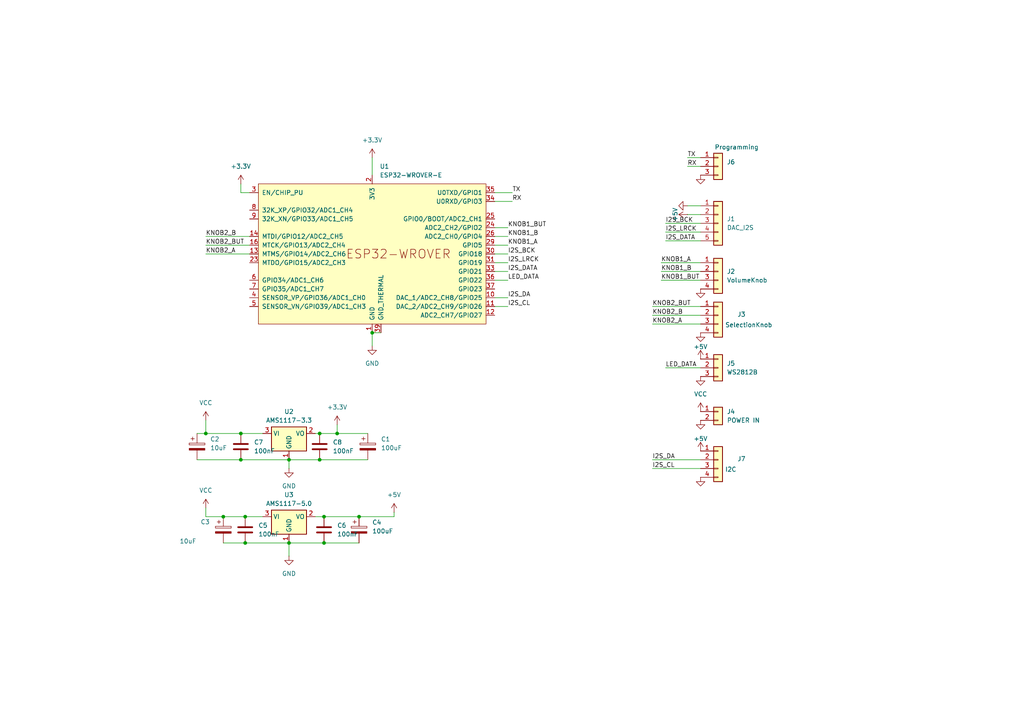
<source format=kicad_sch>
(kicad_sch (version 20231120) (generator "eeschema") (generator_version "8.0")
  (paper "A4")
  (lib_symbols
    (symbol "Connector_Generic:Conn_01x02" (pin_names (offset 1.016) hide)
      (property "Reference" "J" (at 0 2.54 0))
      (property "Value" "Conn_01x02" (at 0 -5.08 0))
      (symbol "Conn_01x02_1_1"
        (rectangle (start -1.27 -2.413) (end 0 -2.667) (stroke (width 0.1524)))
        (rectangle (start -1.27 0.127) (end 0 -0.127) (stroke (width 0.1524)))
        (rectangle (start -1.27 1.27) (end 1.27 -3.81) (stroke (width 0.254)) (fill (type background)))
        (pin passive line (at -5.08 0 0) (length 3.81) (name "Pin_1") (number "1"))
        (pin passive line (at -5.08 -2.54 0) (length 3.81) (name "Pin_2") (number "2"))
      )
    )
    (symbol "Connector_Generic:Conn_01x03" (pin_names (offset 1.016) hide)
      (property "Reference" "J" (at 0 5.08 0))
      (property "Value" "Conn_01x03" (at 0 -5.08 0))
      (symbol "Conn_01x03_1_1"
        (rectangle (start -1.27 -2.413) (end 0 -2.667) (stroke (width 0.1524)))
        (rectangle (start -1.27 0.127) (end 0 -0.127) (stroke (width 0.1524)))
        (rectangle (start -1.27 2.667) (end 0 2.413) (stroke (width 0.1524)))
        (rectangle (start -1.27 3.81) (end 1.27 -3.81) (stroke (width 0.254)) (fill (type background)))
        (pin passive line (at -5.08 2.54 0) (length 3.81) (name "Pin_1") (number "1"))
        (pin passive line (at -5.08 0 0) (length 3.81) (name "Pin_2") (number "2"))
        (pin passive line (at -5.08 -2.54 0) (length 3.81) (name "Pin_3") (number "3"))
      )
    )
    (symbol "Connector_Generic:Conn_01x04" (pin_names (offset 1.016) hide)
      (property "Reference" "J" (at 0 5.08 0))
      (property "Value" "Conn_01x04" (at 0 -7.62 0))
      (symbol "Conn_01x04_1_1"
        (rectangle (start -1.27 -4.953) (end 0 -5.207) (stroke (width 0.1524)))
        (rectangle (start -1.27 -2.413) (end 0 -2.667) (stroke (width 0.1524)))
        (rectangle (start -1.27 0.127) (end 0 -0.127) (stroke (width 0.1524)))
        (rectangle (start -1.27 2.667) (end 0 2.413) (stroke (width 0.1524)))
        (rectangle (start -1.27 3.81) (end 1.27 -6.35) (stroke (width 0.254)) (fill (type background)))
        (pin passive line (at -5.08 2.54 0) (length 3.81) (name "Pin_1") (number "1"))
        (pin passive line (at -5.08 0 0) (length 3.81) (name "Pin_2") (number "2"))
        (pin passive line (at -5.08 -2.54 0) (length 3.81) (name "Pin_3") (number "3"))
        (pin passive line (at -5.08 -5.08 0) (length 3.81) (name "Pin_4") (number "4"))
      )
    )
    (symbol "Connector_Generic:Conn_01x05" (pin_names (offset 1.016) hide)
      (property "Reference" "J" (at 0 7.62 0))
      (property "Value" "Conn_01x05" (at 0 -7.62 0))
      (symbol "Conn_01x05_1_1"
        (rectangle (start -1.27 -4.953) (end 0 -5.207) (stroke (width 0.1524)))
        (rectangle (start -1.27 -2.413) (end 0 -2.667) (stroke (width 0.1524)))
        (rectangle (start -1.27 0.127) (end 0 -0.127) (stroke (width 0.1524)))
        (rectangle (start -1.27 2.667) (end 0 2.413) (stroke (width 0.1524)))
        (rectangle (start -1.27 5.207) (end 0 4.953) (stroke (width 0.1524)))
        (rectangle (start -1.27 6.35) (end 1.27 -6.35) (stroke (width 0.254)) (fill (type background)))
        (pin passive line (at -5.08 5.08 0) (length 3.81) (name "Pin_1") (number "1"))
        (pin passive line (at -5.08 2.54 0) (length 3.81) (name "Pin_2") (number "2"))
        (pin passive line (at -5.08 0 0) (length 3.81) (name "Pin_3") (number "3"))
        (pin passive line (at -5.08 -2.54 0) (length 3.81) (name "Pin_4") (number "4"))
        (pin passive line (at -5.08 -5.08 0) (length 3.81) (name "Pin_5") (number "5"))
      )
    )
    (symbol "Device:C" (pin_numbers hide) (pin_names (offset 0.254))
      (property "Reference" "C" (at 0.635 2.54 0))
      (property "Value" "C" (at 0.635 -2.54 0))
      (symbol "C_0_1"
        (polyline (pts (xy -2.032 -0.762) (xy 2.032 -0.762)) (stroke (width 0.508)))
        (polyline (pts (xy -2.032 0.762) (xy 2.032 0.762)) (stroke (width 0.508)))
      )
      (symbol "C_1_1"
        (pin passive line (at 0 3.81 270) (length 2.794) (name "~") (number "1"))
        (pin passive line (at 0 -3.81 90) (length 2.794) (name "~") (number "2"))
      )
    )
    (symbol "Device:C_Polarized" (pin_numbers hide) (pin_names (offset 0.254))
      (property "Reference" "C" (at 0.635 2.54 0))
      (property "Value" "C_Polarized" (at 0.635 -2.54 0))
      (symbol "C_Polarized_0_1"
        (rectangle (start -2.286 0.508) (end 2.286 1.016))
        (polyline (pts (xy -1.778 2.286) (xy -0.762 2.286)))
        (polyline (pts (xy -1.27 2.794) (xy -1.27 1.778)))
        (rectangle (start 2.286 -0.508) (end -2.286 -1.016) (fill (type outline)))
      )
      (symbol "C_Polarized_1_1"
        (pin passive line (at 0 3.81 270) (length 2.794) (name "~") (number "1"))
        (pin passive line (at 0 -3.81 90) (length 2.794) (name "~") (number "2"))
      )
    )
    (symbol "PCM_Espressif:ESP32-WROVER-E" (pin_names (offset 1.016))
      (property "Reference" "U" (at -30.48 25.4 0))
      (property "Value" "ESP32-WROVER-E" (at -30.48 22.86 0))
      (symbol "ESP32-WROVER-E_0_1"
        (rectangle (start -33.02 20.32) (end 33.02 -20.32) (fill (type background)))
      )
      (symbol "ESP32-WROVER-E_1_1"
        (text "ESP32-­WROVER" (at 7.62 0 0) (effects (font (size 2.54 2.54))))
        (pin power_in line (at 0 -22.86 90) (length 2.54) (name "GND") (number "1"))
        (pin bidirectional line (at 35.56 -12.7 180) (length 2.54) (name "DAC_1/ADC2_CH8/GPIO25") (number "10"))
        (pin bidirectional line (at 35.56 -15.24 180) (length 2.54) (name "DAC_2/ADC2_CH9/GPIO26") (number "11"))
        (pin bidirectional line (at 35.56 -17.78 180) (length 2.54) (name "ADC2_CH7/GPIO27") (number "12"))
        (pin bidirectional line (at -35.56 0 0) (length 2.54) (name "MTMS/GPIO14/ADC2_CH6") (number "13"))
        (pin bidirectional line (at -35.56 5.08 0) (length 2.54) (name "MTDI/GPIO12/ADC2_CH5") (number "14"))
        (pin passive line (at 0 -22.86 90) (length 2.54) hide (name "GND") (number "15"))
        (pin bidirectional line (at -35.56 2.54 0) (length 2.54) (name "MTCK/GPIO13/ADC2_CH4") (number "16"))
        (pin power_in line (at 0 22.86 270) (length 2.54) (name "3V3") (number "2"))
        (pin bidirectional line (at -35.56 -2.54 0) (length 2.54) (name "MTDO/GPIO15/ADC2_CH3") (number "23"))
        (pin bidirectional line (at 35.56 7.62 180) (length 2.54) (name "ADC2_CH2/GPIO2") (number "24"))
        (pin bidirectional line (at 35.56 10.16 180) (length 2.54) (name "GPIO0/BOOT/ADC2_CH1") (number "25"))
        (pin bidirectional line (at 35.56 5.08 180) (length 2.54) (name "ADC2_CH0/GPIO4") (number "26"))
        (pin bidirectional line (at 35.56 2.54 180) (length 2.54) (name "GPIO5") (number "29"))
        (pin input line (at -35.56 17.78 0) (length 2.54) (name "EN/CHIP_PU") (number "3"))
        (pin bidirectional line (at 35.56 0 180) (length 2.54) (name "GPIO18") (number "30"))
        (pin bidirectional line (at 35.56 -2.54 180) (length 2.54) (name "GPIO19") (number "31"))
        (pin bidirectional line (at 35.56 -5.08 180) (length 2.54) (name "GPIO21") (number "33"))
        (pin bidirectional line (at 35.56 15.24 180) (length 2.54) (name "U0RXD/GPIO3") (number "34"))
        (pin bidirectional line (at 35.56 17.78 180) (length 2.54) (name "U0TXD/GPIO1") (number "35"))
        (pin bidirectional line (at 35.56 -7.62 180) (length 2.54) (name "GPIO22") (number "36"))
        (pin bidirectional line (at 35.56 -10.16 180) (length 2.54) (name "GPIO23") (number "37"))
        (pin passive line (at 0 -22.86 90) (length 2.54) hide (name "GND") (number "38"))
        (pin power_in line (at 2.54 -22.86 90) (length 2.54) (name "GND_THERMAL") (number "39"))
        (pin input line (at -35.56 -12.7 0) (length 2.54) (name "SENSOR_VP/GPIO36/ADC1_CH0") (number "4"))
        (pin input line (at -35.56 -15.24 0) (length 2.54) (name "SENSOR_VN/GPIO39/ADC1_CH3") (number "5"))
        (pin input line (at -35.56 -7.62 0) (length 2.54) (name "GPIO34/ADC1_CH6") (number "6"))
        (pin input line (at -35.56 -10.16 0) (length 2.54) (name "GPIO35/ADC1_CH7") (number "7"))
        (pin bidirectional line (at -35.56 12.7 0) (length 2.54) (name "32K_XP/GPIO32/ADC1_CH4") (number "8"))
        (pin bidirectional line (at -35.56 10.16 0) (length 2.54) (name "32K_XN/GPIO33/ADC1_CH5") (number "9"))
      )
    )
    (symbol "Regulator_Linear:AMS1117-3.3"
      (property "Reference" "U" (at -3.81 3.175 0))
      (property "Value" "AMS1117-3.3" (at 0 3.175 0))
      (symbol "AMS1117-3.3_0_1"
        (rectangle (start -5.08 -5.08) (end 5.08 1.905) (stroke (width 0.254)) (fill (type background)))
      )
      (symbol "AMS1117-3.3_1_1"
        (pin power_in line (at 0 -7.62 90) (length 2.54) (name "GND") (number "1"))
        (pin power_out line (at 7.62 0 180) (length 2.54) (name "VO") (number "2"))
        (pin power_in line (at -7.62 0 0) (length 2.54) (name "VI") (number "3"))
      )
    )
    (symbol "Regulator_Linear:AMS1117-5.0"
      (property "Reference" "U" (at -3.81 3.175 0))
      (property "Value" "AMS1117-5.0" (at 0 3.175 0))
      (symbol "AMS1117-5.0_0_1"
        (rectangle (start -5.08 -5.08) (end 5.08 1.905) (stroke (width 0.254)) (fill (type background)))
      )
      (symbol "AMS1117-5.0_1_1"
        (pin power_in line (at 0 -7.62 90) (length 2.54) (name "GND") (number "1"))
        (pin power_out line (at 7.62 0 180) (length 2.54) (name "VO") (number "2"))
        (pin power_in line (at -7.62 0 0) (length 2.54) (name "VI") (number "3"))
      )
    )
    (symbol "power:+3.3V" (power) (pin_numbers hide) (pin_names (offset 0) hide)
      (property "Value" "+3.3V" (at 0 3.556 0))
      (symbol "+3.3V_0_1"
        (polyline (pts (xy -0.762 1.27) (xy 0 2.54)))
        (polyline (pts (xy 0 0) (xy 0 2.54)))
        (polyline (pts (xy 0 2.54) (xy 0.762 1.27)))
      )
      (symbol "+3.3V_1_1"
        (pin power_in line (at 0 0 90) (length 0) (name "~") (number "1"))
      )
    )
    (symbol "power:+5V" (power) (pin_numbers hide) (pin_names (offset 0) hide)
      (property "Value" "+5V" (at 0 3.556 0))
      (symbol "+5V_0_1"
        (polyline (pts (xy -0.762 1.27) (xy 0 2.54)))
        (polyline (pts (xy 0 0) (xy 0 2.54)))
        (polyline (pts (xy 0 2.54) (xy 0.762 1.27)))
      )
      (symbol "+5V_1_1"
        (pin power_in line (at 0 0 90) (length 0) (name "~") (number "1"))
      )
    )
    (symbol "power:GND" (power) (pin_numbers hide) (pin_names (offset 0) hide)
      (property "Value" "GND" (at 0 -3.81 0))
      (symbol "GND_0_1"
        (polyline (pts (xy 0 0) (xy 0 -1.27) (xy 1.27 -1.27) (xy 0 -2.54) (xy -1.27 -1.27) (xy 0 -1.27)))
      )
      (symbol "GND_1_1"
        (pin power_in line (at 0 0 270) (length 0) (name "~") (number "1"))
      )
    )
    (symbol "power:VCC" (power) (pin_numbers hide) (pin_names (offset 0) hide)
      (property "Value" "VCC" (at 0 3.556 0))
      (symbol "VCC_0_1"
        (polyline (pts (xy -0.762 1.27) (xy 0 2.54)))
        (polyline (pts (xy 0 0) (xy 0 2.54)))
        (polyline (pts (xy 0 2.54) (xy 0.762 1.27)))
      )
      (symbol "VCC_1_1"
        (pin power_in line (at 0 0 90) (length 0) (name "~") (number "1"))
      )
    )
  )
  (junction (at 92.71 125.73))
  (junction (at 64.77 149.86))
  (junction (at 93.98 157.48))
  (junction (at 107.95 96.52))
  (junction (at 104.14 149.86))
  (junction (at 71.12 149.86))
  (junction (at 69.85 133.35))
  (junction (at 93.98 149.86))
  (junction (at 97.79 125.73))
  (junction (at 92.71 133.35))
  (junction (at 59.69 125.73))
  (junction (at 83.82 157.48))
  (junction (at 83.82 133.35))
  (junction (at 71.12 157.48))
  (junction (at 69.85 125.73))
  (wire (pts (xy 191.77 78.74) (xy 203.2 78.74)))
  (wire (pts (xy 69.85 55.88) (xy 69.85 53.34)))
  (wire (pts (xy 83.82 157.48) (xy 93.98 157.48)))
  (wire (pts (xy 92.71 133.35) (xy 106.68 133.35)))
  (wire (pts (xy 93.98 149.86) (xy 104.14 149.86)))
  (wire (pts (xy 59.69 147.32) (xy 59.69 149.86)))
  (wire (pts (xy 83.82 161.29) (xy 83.82 157.48)))
  (wire (pts (xy 71.12 157.48) (xy 83.82 157.48)))
  (wire (pts (xy 189.23 135.89) (xy 203.2 135.89)))
  (wire (pts (xy 191.77 76.2) (xy 203.2 76.2)))
  (wire (pts (xy 199.39 45.72) (xy 203.2 45.72)))
  (wire (pts (xy 114.3 149.86) (xy 114.3 148.59)))
  (wire (pts (xy 143.51 86.36) (xy 147.32 86.36)))
  (wire (pts (xy 92.71 125.73) (xy 97.79 125.73)))
  (wire (pts (xy 59.69 121.92) (xy 59.69 125.73)))
  (wire (pts (xy 59.69 71.12) (xy 72.39 71.12)))
  (wire (pts (xy 143.51 88.9) (xy 147.32 88.9)))
  (wire (pts (xy 69.85 125.73) (xy 76.2 125.73)))
  (wire (pts (xy 143.51 78.74) (xy 147.32 78.74)))
  (wire (pts (xy 143.51 76.2) (xy 147.32 76.2)))
  (wire (pts (xy 193.04 106.68) (xy 203.2 106.68)))
  (wire (pts (xy 143.51 58.42) (xy 148.59 58.42)))
  (wire (pts (xy 59.69 125.73) (xy 69.85 125.73)))
  (wire (pts (xy 106.68 125.73) (xy 97.79 125.73)))
  (wire (pts (xy 199.39 62.23) (xy 203.2 62.23)))
  (wire (pts (xy 199.39 59.69) (xy 203.2 59.69)))
  (wire (pts (xy 91.44 149.86) (xy 93.98 149.86)))
  (wire (pts (xy 143.51 81.28) (xy 147.32 81.28)))
  (wire (pts (xy 69.85 133.35) (xy 83.82 133.35)))
  (wire (pts (xy 64.77 149.86) (xy 71.12 149.86)))
  (wire (pts (xy 143.51 68.58) (xy 147.32 68.58)))
  (wire (pts (xy 64.77 157.48) (xy 71.12 157.48)))
  (wire (pts (xy 83.82 133.35) (xy 83.82 135.89)))
  (wire (pts (xy 59.69 68.58) (xy 72.39 68.58)))
  (wire (pts (xy 143.51 55.88) (xy 148.59 55.88)))
  (wire (pts (xy 199.39 48.26) (xy 203.2 48.26)))
  (wire (pts (xy 189.23 133.35) (xy 203.2 133.35)))
  (wire (pts (xy 97.79 123.19) (xy 97.79 125.73)))
  (wire (pts (xy 189.23 91.44) (xy 203.2 91.44)))
  (wire (pts (xy 193.04 69.85) (xy 203.2 69.85)))
  (wire (pts (xy 189.23 88.9) (xy 203.2 88.9)))
  (wire (pts (xy 57.15 133.35) (xy 69.85 133.35)))
  (wire (pts (xy 57.15 125.73) (xy 59.69 125.73)))
  (wire (pts (xy 193.04 64.77) (xy 203.2 64.77)))
  (wire (pts (xy 91.44 125.73) (xy 92.71 125.73)))
  (wire (pts (xy 107.95 45.72) (xy 107.95 50.8)))
  (wire (pts (xy 143.51 66.04) (xy 147.32 66.04)))
  (wire (pts (xy 59.69 73.66) (xy 72.39 73.66)))
  (wire (pts (xy 143.51 73.66) (xy 147.32 73.66)))
  (wire (pts (xy 107.95 96.52) (xy 107.95 100.33)))
  (wire (pts (xy 189.23 93.98) (xy 203.2 93.98)))
  (wire (pts (xy 104.14 149.86) (xy 114.3 149.86)))
  (wire (pts (xy 71.12 149.86) (xy 76.2 149.86)))
  (wire (pts (xy 72.39 55.88) (xy 69.85 55.88)))
  (wire (pts (xy 143.51 71.12) (xy 147.32 71.12)))
  (wire (pts (xy 59.69 149.86) (xy 64.77 149.86)))
  (wire (pts (xy 193.04 67.31) (xy 203.2 67.31)))
  (wire (pts (xy 93.98 157.48) (xy 104.14 157.48)))
  (wire (pts (xy 107.95 96.52) (xy 110.49 96.52)))
  (wire (pts (xy 191.77 81.28) (xy 203.2 81.28)))
  (wire (pts (xy 83.82 133.35) (xy 92.71 133.35)))
  (label "I2S_DA" (at 147.32 86.36 0))
  (label "I2S_CL" (at 147.32 88.9 0))
  (label "KNOB2_BUT" (at 59.69 71.12 0))
  (label "I2S_LRCK" (at 147.32 76.2 0))
  (label "LED_DATA" (at 147.32 81.28 0))
  (label "I2S_DA" (at 189.23 133.35 0))
  (label "KNOB2_A" (at 189.23 93.98 0))
  (label "RX" (at 199.39 48.26 0))
  (label "RX" (at 148.59 58.42 0))
  (label "I2S_DATA" (at 193.04 69.85 0))
  (label "KNOB2_B" (at 189.23 91.44 0))
  (label "KNOB1_B" (at 147.32 68.58 0))
  (label "KNOB1_B" (at 191.77 78.74 0))
  (label "KNOB2_A" (at 59.69 73.66 0))
  (label "KNOB1_A" (at 191.77 76.2 0))
  (label "I2S_BCK" (at 193.04 64.77 0))
  (label "I2S_LRCK" (at 193.04 67.31 0))
  (label "TX" (at 148.59 55.88 0))
  (label "KNOB2_B" (at 59.69 68.58 0))
  (label "KNOB1_BUT" (at 191.77 81.28 0))
  (label "KNOB1_A" (at 147.32 71.12 0))
  (label "I2S_DATA" (at 147.32 78.74 0))
  (label "LED_DATA" (at 193.04 106.68 0))
  (label "I2S_BCK" (at 147.32 73.66 0))
  (label "KNOB2_BUT" (at 189.23 88.9 0))
  (label "TX" (at 199.39 45.72 0))
  (label "I2S_CL" (at 189.23 135.89 0))
  (label "KNOB1_BUT" (at 147.32 66.04 0))
  (symbol (lib_id "Device:C") (at 92.71 129.54 0) (unit 1)
    (property "Reference" "C8" (at 96.52 128.2699 0) (effects (justify left)))
    (property "Value" "100nF" (at 96.52 130.8099 0) (effects (justify left)))
    (property "Footprint" "Capacitor_SMD:C_0805_2012Metric" (effects (hide yes)))
    (property "Description" "Unpolarized capacitor" (effects (hide yes)))
  )
  (symbol (lib_id "Regulator_Linear:AMS1117-3.3") (at 83.82 125.73 0) (unit 1)
    (property "Reference" "U2" (at 83.82 119.38 0))
    (property "Value" "AMS1117-3.3" (at 83.82 121.92 0))
    (property "Footprint" "Package_TO_SOT_SMD:SOT-223-3_TabPin2" (effects (hide yes)))
    (property "Datasheet" "http://www.advanced-monolithic.com/pdf/ds1117.pdf" (effects (hide yes)))
    (property "Description" "1A Low Dropout regulator, positive, 3.3V fixed output, SOT-223" (effects (hide yes)))
  )
  (symbol (lib_id "power:+3.3V") (at 97.79 123.19 0) (unit 1)
    (property "Reference" "#PWR01" (effects (hide yes)))
    (property "Value" "+3.3V" (at 97.79 118.11 0))
    (property "Description" "Power symbol creates a global label with name \"+3.3V\"" (effects (hide yes)))
  )
  (symbol (lib_id "Connector_Generic:Conn_01x04") (at 208.28 133.35 0) (unit 1)
    (property "Reference" "J7" (at 213.868 133.096 0) (effects (justify left)))
    (property "Value" "I2C" (at 210.312 136.144 0) (effects (justify left)))
    (property "Footprint" "Connector_PinHeader_2.54mm:PinHeader_1x04_P2.54mm_Vertical" (effects (hide yes)))
    (property "Description" "Generic connector, single row, 01x04, script generated (kicad-library-utils/schlib/autogen/connector/)" (effects (hide yes)))
  )
  (symbol (lib_id "power:+5V") (at 199.39 62.23 90) (unit 1)
    (property "Reference" "#PWR017" (effects (hide yes)))
    (property "Value" "+5V" (at 195.834 62.23 0))
    (property "Description" "Power symbol creates a global label with name \"+5V\"" (effects (hide yes)))
  )
  (symbol (lib_id "power:+5V") (at 203.2 104.14 0) (unit 1)
    (property "Reference" "#PWR016" (effects (hide yes)))
    (property "Value" "+5V" (at 203.2 100.584 0))
    (property "Description" "Power symbol creates a global label with name \"+5V\"" (effects (hide yes)))
  )
  (symbol (lib_id "power:+5V") (at 114.3 148.59 0) (unit 1)
    (property "Reference" "#PWR08" (effects (hide yes)))
    (property "Value" "+5V" (at 114.3 143.51 0))
    (property "Description" "Power symbol creates a global label with name \"+5V\"" (effects (hide yes)))
  )
  (symbol (lib_id "power:VCC") (at 59.69 121.92 0) (unit 1)
    (property "Reference" "#PWR011" (effects (hide yes)))
    (property "Value" "VCC" (at 59.69 116.84 0))
    (property "Description" "Power symbol creates a global label with name \"VCC\"" (effects (hide yes)))
  )
  (symbol (lib_id "Connector_Generic:Conn_01x03") (at 208.28 48.26 0) (unit 1)
    (property "Reference" "J6" (at 210.82 46.9899 0) (effects (justify left)))
    (property "Value" "Programming" (at 207.264 42.672 0) (effects (justify left)))
    (property "Footprint" "Connector_PinHeader_2.54mm:PinHeader_1x03_P2.54mm_Vertical" (effects (hide yes)))
    (property "Description" "Generic connector, single row, 01x03, script generated (kicad-library-utils/schlib/autogen/connector/)" (effects (hide yes)))
  )
  (symbol (lib_id "Regulator_Linear:AMS1117-5.0") (at 83.82 149.86 0) (unit 1)
    (property "Reference" "U3" (at 83.82 143.51 0))
    (property "Value" "AMS1117-5.0" (at 83.82 146.05 0))
    (property "Footprint" "Package_TO_SOT_SMD:SOT-223-3_TabPin2" (effects (hide yes)))
    (property "Datasheet" "http://www.advanced-monolithic.com/pdf/ds1117.pdf" (effects (hide yes)))
    (property "Description" "1A Low Dropout regulator, positive, 5.0V fixed output, SOT-223" (effects (hide yes)))
  )
  (symbol (lib_id "power:+3.3V") (at 69.85 53.34 0) (unit 1)
    (property "Reference" "#PWR018" (effects (hide yes)))
    (property "Value" "+3.3V" (at 69.85 48.26 0))
    (property "Description" "Power symbol creates a global label with name \"+3.3V\"" (effects (hide yes)))
  )
  (symbol (lib_id "Device:C_Polarized") (at 57.15 129.54 0) (unit 1)
    (property "Reference" "C2" (at 60.96 127.3809 0) (effects (justify left)))
    (property "Value" "10uF" (at 60.96 129.9209 0) (effects (justify left)))
    (property "Footprint" "Capacitor_SMD:C_0805_2012Metric" (effects (hide yes)))
    (property "Description" "Polarized capacitor" (effects (hide yes)))
  )
  (symbol (lib_id "power:GND") (at 83.82 161.29 0) (unit 1)
    (property "Reference" "#PWR05" (effects (hide yes)))
    (property "Value" "GND" (at 83.82 166.37 0))
    (property "Description" "Power symbol creates a global label with name \"GND\" , ground" (effects (hide yes)))
  )
  (symbol (lib_id "Connector_Generic:Conn_01x02") (at 208.28 119.38 0) (unit 1)
    (property "Reference" "J4" (at 210.82 119.3799 0) (effects (justify left)))
    (property "Value" "POWER IN" (at 210.82 121.9199 0) (effects (justify left)))
    (property "Footprint" "Connector_PinHeader_2.54mm:PinHeader_1x02_P2.54mm_Vertical" (effects (hide yes)))
    (property "Description" "Generic connector, single row, 01x02, script generated (kicad-library-utils/schlib/autogen/connector/)" (effects (hide yes)))
  )
  (symbol (lib_id "power:GND") (at 199.39 59.69 270) (unit 1)
    (property "Reference" "#PWR014" (effects (hide yes)))
    (property "Value" "GND" (effects (hide yes)))
    (property "Description" "Power symbol creates a global label with name \"GND\" , ground" (effects (hide yes)))
  )
  (symbol (lib_id "Connector_Generic:Conn_01x05") (at 208.28 64.77 0) (unit 1)
    (property "Reference" "J1" (at 210.82 63.4999 0) (effects (justify left)))
    (property "Value" "DAC_I2S" (at 210.82 66.0399 0) (effects (justify left)))
    (property "Footprint" "Connector_PinHeader_2.54mm:PinHeader_1x05_P2.54mm_Vertical" (effects (hide yes)))
    (property "Description" "Generic connector, single row, 01x05, script generated (kicad-library-utils/schlib/autogen/connector/)" (effects (hide yes)))
  )
  (symbol (lib_id "power:VCC") (at 59.69 147.32 0) (unit 1)
    (property "Reference" "#PWR010" (effects (hide yes)))
    (property "Value" "VCC" (at 59.69 142.24 0))
    (property "Description" "Power symbol creates a global label with name \"VCC\"" (effects (hide yes)))
  )
  (symbol (lib_id "Device:C") (at 93.98 153.67 0) (unit 1)
    (property "Reference" "C6" (at 97.79 152.3999 0) (effects (justify left)))
    (property "Value" "100nF" (at 97.79 154.9399 0) (effects (justify left)))
    (property "Footprint" "Capacitor_SMD:C_0805_2012Metric" (effects (hide yes)))
    (property "Description" "Unpolarized capacitor" (effects (hide yes)))
  )
  (symbol (lib_id "Device:C_Polarized") (at 64.77 153.67 0) (unit 1)
    (property "Reference" "C3" (at 58.166 151.384 0) (effects (justify left)))
    (property "Value" "10uF" (at 52.07 156.972 0) (effects (justify left)))
    (property "Footprint" "Capacitor_SMD:C_0805_2012Metric" (effects (hide yes)))
    (property "Description" "Polarized capacitor" (effects (hide yes)))
  )
  (symbol (lib_id "PCM_Espressif:ESP32-WROVER-E") (at 107.95 73.66 0) (unit 1)
    (property "Reference" "U1" (at 110.1441 48.26 0) (effects (justify left)))
    (property "Value" "ESP32-WROVER-E" (at 110.1441 50.8 0) (effects (justify left)))
    (property "Footprint" "PCM_Espressif:ESP32-WROVER-E" (effects (hide yes)))
    (property "Datasheet" "https://www.espressif.com/sites/default/files/documentation/esp32-wrover-e_esp32-wrover-ie_datasheet_en.pdf" (effects (hide yes)))
    (property "Description" "ESP32-WROVER-E and ESP32-WROVER-IE are two powerful, generic WiFi-BT-BLE MCU modules that target a wide variety of applications, ranging from low-power sensor networks to the most demanding tasks, such as voice encoding, music streaming and MP3 decoding. ESP32-WROVER-E comes with a PCB antenna, and ESP32-WROVER-IE with an IPEX antenna. They both featurea 4 MB external SPI flash and an additional 8 MB SPI Pseudo static RAM (PSRAM)." (effects (hide yes)))
  )
  (symbol (lib_id "power:GND") (at 203.2 109.22 0) (unit 1)
    (property "Reference" "#PWR013" (effects (hide yes)))
    (property "Value" "GND" (effects (hide yes)))
    (property "Description" "Power symbol creates a global label with name \"GND\" , ground" (effects (hide yes)))
  )
  (symbol (lib_id "Device:C_Polarized") (at 106.68 129.54 0) (unit 1)
    (property "Reference" "C1" (at 110.49 127.3809 0) (effects (justify left)))
    (property "Value" "100uF" (at 110.49 129.9209 0) (effects (justify left)))
    (property "Footprint" "Capacitor_SMD:C_0805_2012Metric" (effects (hide yes)))
    (property "Description" "Polarized capacitor" (effects (hide yes)))
  )
  (symbol (lib_id "power:VCC") (at 203.2 119.38 0) (unit 1)
    (property "Reference" "#PWR09" (effects (hide yes)))
    (property "Value" "VCC" (at 203.2 114.3 0))
    (property "Description" "Power symbol creates a global label with name \"VCC\"" (effects (hide yes)))
  )
  (symbol (lib_id "power:GND") (at 203.2 96.52 0) (unit 1)
    (property "Reference" "#PWR07" (effects (hide yes)))
    (property "Value" "GND" (effects (hide yes)))
    (property "Description" "Power symbol creates a global label with name \"GND\" , ground" (effects (hide yes)))
  )
  (symbol (lib_id "Connector_Generic:Conn_01x04") (at 208.28 91.44 0) (unit 1)
    (property "Reference" "J3" (at 213.868 91.186 0) (effects (justify left)))
    (property "Value" "SelectionKnob" (at 210.312 94.234 0) (effects (justify left)))
    (property "Footprint" "Connector_PinHeader_2.54mm:PinHeader_1x04_P2.54mm_Vertical" (effects (hide yes)))
    (property "Description" "Generic connector, single row, 01x04, script generated (kicad-library-utils/schlib/autogen/connector/)" (effects (hide yes)))
  )
  (symbol (lib_id "Connector_Generic:Conn_01x03") (at 208.28 106.68 0) (unit 1)
    (property "Reference" "J5" (at 210.82 105.4099 0) (effects (justify left)))
    (property "Value" "WS2812B" (at 210.82 107.9499 0) (effects (justify left)))
    (property "Footprint" "Connector_PinHeader_2.54mm:PinHeader_1x03_P2.54mm_Vertical" (effects (hide yes)))
    (property "Description" "Generic connector, single row, 01x03, script generated (kicad-library-utils/schlib/autogen/connector/)" (effects (hide yes)))
  )
  (symbol (lib_id "power:GND") (at 107.95 100.33 0) (unit 1)
    (property "Reference" "#PWR04" (effects (hide yes)))
    (property "Value" "GND" (at 107.95 105.41 0))
    (property "Description" "Power symbol creates a global label with name \"GND\" , ground" (effects (hide yes)))
  )
  (symbol (lib_id "power:+3.3V") (at 107.95 45.72 0) (unit 1)
    (property "Reference" "#PWR02" (effects (hide yes)))
    (property "Value" "+3.3V" (at 107.95 40.64 0))
    (property "Description" "Power symbol creates a global label with name \"+3.3V\"" (effects (hide yes)))
  )
  (symbol (lib_id "Connector_Generic:Conn_01x04") (at 208.28 78.74 0) (unit 1)
    (property "Reference" "J2" (at 210.82 78.7399 0) (effects (justify left)))
    (property "Value" "VolumeKnob" (at 210.82 81.2799 0) (effects (justify left)))
    (property "Footprint" "Connector_PinHeader_2.54mm:PinHeader_1x04_P2.54mm_Vertical" (effects (hide yes)))
    (property "Description" "Generic connector, single row, 01x04, script generated (kicad-library-utils/schlib/autogen/connector/)" (effects (hide yes)))
  )
  (symbol (lib_id "power:GND") (at 203.2 50.8 0) (unit 1)
    (property "Reference" "#PWR015" (effects (hide yes)))
    (property "Value" "GND" (effects (hide yes)))
    (property "Description" "Power symbol creates a global label with name \"GND\" , ground" (effects (hide yes)))
  )
  (symbol (lib_id "Device:C") (at 71.12 153.67 0) (unit 1)
    (property "Reference" "C5" (at 74.93 152.3999 0) (effects (justify left)))
    (property "Value" "100nF" (at 74.93 154.9399 0) (effects (justify left)))
    (property "Footprint" "Capacitor_SMD:C_0805_2012Metric" (effects (hide yes)))
    (property "Description" "Unpolarized capacitor" (effects (hide yes)))
  )
  (symbol (lib_id "power:+5V") (at 203.2 130.81 0) (unit 1)
    (property "Reference" "#PWR019" (effects (hide yes)))
    (property "Value" "+5V" (at 203.2 127.254 0))
    (property "Description" "Power symbol creates a global label with name \"+5V\"" (effects (hide yes)))
  )
  (symbol (lib_id "Device:C_Polarized") (at 104.14 153.67 0) (unit 1)
    (property "Reference" "C4" (at 107.95 151.5109 0) (effects (justify left)))
    (property "Value" "100uF" (at 107.95 154.0509 0) (effects (justify left)))
    (property "Footprint" "Capacitor_SMD:C_0805_2012Metric" (effects (hide yes)))
    (property "Description" "Polarized capacitor" (effects (hide yes)))
  )
  (symbol (lib_id "Device:C") (at 69.85 129.54 0) (unit 1)
    (property "Reference" "C7" (at 73.66 128.2699 0) (effects (justify left)))
    (property "Value" "100nF" (at 73.66 130.8099 0) (effects (justify left)))
    (property "Footprint" "Capacitor_SMD:C_0805_2012Metric" (effects (hide yes)))
    (property "Description" "Unpolarized capacitor" (effects (hide yes)))
  )
  (symbol (lib_id "power:GND") (at 203.2 121.92 0) (unit 1)
    (property "Reference" "#PWR03" (effects (hide yes)))
    (property "Value" "GND" (effects (hide yes)))
    (property "Description" "Power symbol creates a global label with name \"GND\" , ground" (effects (hide yes)))
  )
  (symbol (lib_id "power:GND") (at 203.2 83.82 0) (unit 1)
    (property "Reference" "#PWR012" (effects (hide yes)))
    (property "Value" "GND" (effects (hide yes)))
    (property "Description" "Power symbol creates a global label with name \"GND\" , ground" (effects (hide yes)))
  )
  (symbol (lib_id "power:GND") (at 83.82 135.89 0) (unit 1)
    (property "Reference" "#PWR06" (effects (hide yes)))
    (property "Value" "GND" (at 83.82 140.97 0))
    (property "Description" "Power symbol creates a global label with name \"GND\" , ground" (effects (hide yes)))
  )
  (symbol (lib_id "power:GND") (at 203.2 138.43 0) (unit 1)
    (property "Reference" "#PWR020" (effects (hide yes)))
    (property "Value" "GND" (effects (hide yes)))
    (property "Description" "Power symbol creates a global label with name \"GND\" , ground" (effects (hide yes)))
  )
)
</source>
